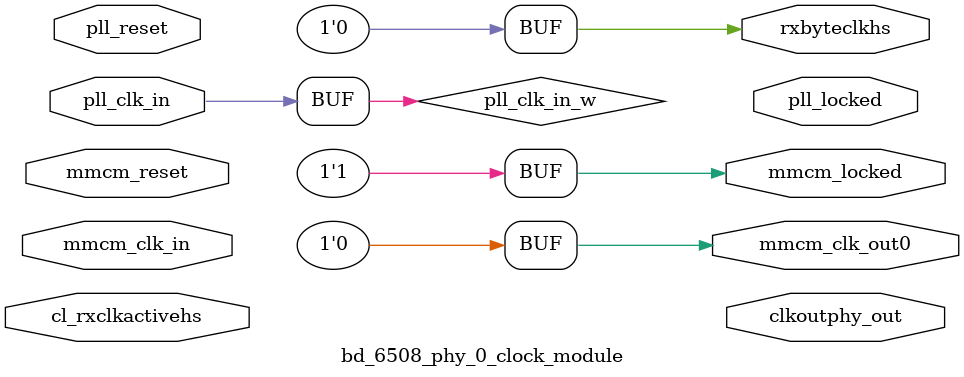
<source format=v>

`timescale 1ps/1ps

(* DowngradeIPIdentifiedWarnings="yes" *)
module bd_6508_phy_0_clock_module
#(
   parameter C_DPHY_LANES = 2,
   parameter MTBF_SYNC_STAGES = 3,
   parameter C_HS_LINE_RATE = 1000,
   parameter C_STABLE_CLK_PERIOD = 10,
   parameter C_TXPLL_CLKIN_PERIOD = 8.0,
   parameter EN_DPHY_IO = 1
   )
   (
       input               mmcm_clk_in,
       output              mmcm_clk_out0,
       input               cl_rxclkactivehs,
       output              rxbyteclkhs,
       input               pll_clk_in,
       output              clkoutphy_out,
       output              pll_locked,
       input               pll_reset,
       output              mmcm_locked,
       input               mmcm_reset
   );

   wire               pll_clk_in_w;
   wire               pll_locked_w;
   wire               pll_locked_sync;
   reg                clkoutphy_en;
   reg  [7:0]         clkoutphy_en_cntr;


assign  rxbyteclkhs   = 1'b0;
assign  mmcm_locked   = 1'b1;
assign  mmcm_clk_out0 = 1'b0;
assign  pll_clk_in_w  = pll_clk_in;

   //TXPLL Attributes for 1500 MHz CLKOUTPHY
   localparam  C_TXPLL_CLKIN_PERIOD_T   = 5.000;
   localparam  C_TXPLL_CLKOUTPHY_MODE   = "VCO";
   localparam  C_PLL_DIVCLK_DIVIDE      = 2;
   localparam  C_TXPLL_CLKFBOUT_MULT    = 15;
   localparam  C_TXPLL_CLKOUT0_DIVIDE   = 8;
   localparam  C_TXPLL_CLKOUT1_DIVIDE   = 8;

// This below logic will not get generated for Design (i.e. It will be
// generated for Exdes)
// As this module itself will not get generated if support level is 0
// This module is being used for Exdes So below logic has to be there

// ONLY FOR VERSAL 
//
// This below logic will not get generated for Design (i.e. It will be
// generated for Exdes)
// As this module itself will not get generated if support level is 0
// This module is being used for Exdes So below logic has to be there

endmodule


</source>
